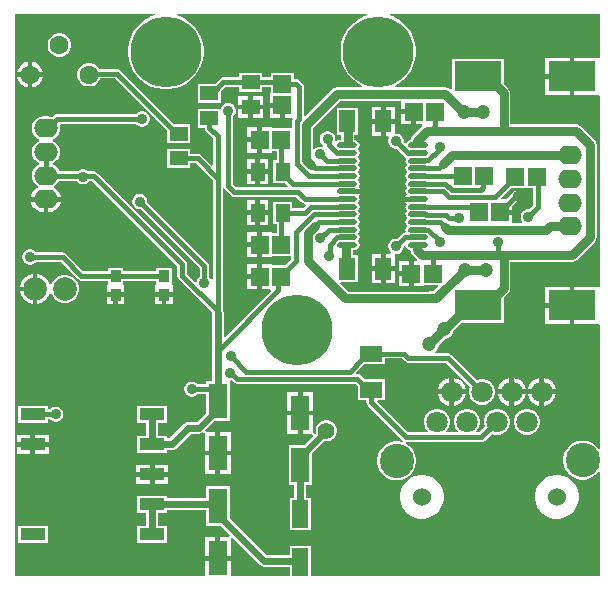
<source format=gtl>
G04*
G04 #@! TF.GenerationSoftware,Altium Limited,Altium Designer,21.4.1 (30)*
G04*
G04 Layer_Physical_Order=1*
G04 Layer_Color=255*
%FSLAX24Y24*%
%MOIN*%
G70*
G04*
G04 #@! TF.SameCoordinates,E320E570-2092-40B9-98FA-40774E7A4B3A*
G04*
G04*
G04 #@! TF.FilePolarity,Positive*
G04*
G01*
G75*
%ADD12C,0.0236*%
%ADD34C,0.0709*%
%ADD36C,0.0551*%
%ADD37C,0.0630*%
%ADD38R,0.0591X0.0613*%
%ADD39R,0.0534X0.0732*%
%ADD40R,0.0475X0.0594*%
%ADD41R,0.0594X0.0475*%
%ADD42R,0.0732X0.0534*%
%ADD43R,0.0630X0.1181*%
%ADD44R,0.0613X0.0591*%
%ADD45R,0.0827X0.0394*%
%ADD46O,0.0669X0.0177*%
%ADD47R,0.1181X0.1969*%
%ADD48R,0.0354X0.0394*%
%ADD49R,0.1575X0.0984*%
%ADD50R,0.0531X0.0925*%
%ADD51C,0.0295*%
%ADD52C,0.0157*%
%ADD53O,0.0787X0.0630*%
%ADD54C,0.0787*%
%ADD55C,0.2362*%
%ADD56C,0.0600*%
%ADD57C,0.1142*%
%ADD58C,0.0354*%
%ADD59C,0.0472*%
G36*
X23067Y24622D02*
X23031Y24587D01*
Y24587D01*
X22205D01*
Y23976D01*
Y23463D01*
Y23366D01*
X23031D01*
Y23366D01*
X23067Y23331D01*
Y16984D01*
X23031Y16949D01*
Y16949D01*
X22205D01*
Y16339D01*
Y15728D01*
D01*
X23031D01*
Y15728D01*
X23067Y15693D01*
Y11563D01*
X23017Y11547D01*
X22985Y11595D01*
X22894Y11686D01*
X22788Y11757D01*
X22670Y11806D01*
X22544Y11831D01*
X22416D01*
X22291Y11806D01*
X22173Y11757D01*
X22066Y11686D01*
X21976Y11595D01*
X21905Y11489D01*
X21856Y11371D01*
X21831Y11245D01*
Y11117D01*
X21856Y10992D01*
X21905Y10873D01*
X21976Y10767D01*
X22066Y10677D01*
X22173Y10605D01*
X22291Y10556D01*
X22416Y10532D01*
X22544D01*
X22670Y10556D01*
X22788Y10605D01*
X22894Y10677D01*
X22985Y10767D01*
X23017Y10815D01*
X23067Y10800D01*
Y7327D01*
X13415D01*
Y8327D01*
X12726D01*
Y8026D01*
X11943D01*
X10709Y9260D01*
Y10315D01*
X9921D01*
Y9909D01*
X9272D01*
X9272Y9909D01*
X8622D01*
Y9984D01*
X7638D01*
Y9433D01*
X7929D01*
Y8984D01*
X7638D01*
Y8433D01*
X8622D01*
Y8984D01*
X8331D01*
Y9433D01*
X8622D01*
Y9508D01*
X9272D01*
X9272Y9508D01*
X9921D01*
Y8976D01*
X10425D01*
X10729Y8672D01*
X10708Y8622D01*
X10394D01*
Y7992D01*
X10748D01*
Y8582D01*
X10798Y8603D01*
X11718Y7683D01*
X11783Y7639D01*
X11860Y7624D01*
X12726D01*
Y7327D01*
X10748D01*
Y7835D01*
X10315D01*
X9882D01*
Y7327D01*
X3547D01*
Y26059D01*
X8209D01*
X8217Y26009D01*
X8099Y25971D01*
X7922Y25881D01*
X7762Y25764D01*
X7622Y25624D01*
X7505Y25463D01*
X7415Y25287D01*
X7354Y25098D01*
X7323Y24902D01*
Y24704D01*
X7354Y24508D01*
X7415Y24320D01*
X7505Y24143D01*
X7622Y23982D01*
X7762Y23842D01*
X7922Y23726D01*
X8099Y23636D01*
X8288Y23574D01*
X8484Y23543D01*
X8682D01*
X8878Y23574D01*
X9066Y23636D01*
X9243Y23726D01*
X9403Y23842D01*
X9544Y23982D01*
X9660Y24143D01*
X9750Y24320D01*
X9811Y24508D01*
X9843Y24704D01*
Y24902D01*
X9811Y25098D01*
X9750Y25287D01*
X9660Y25463D01*
X9544Y25624D01*
X9403Y25764D01*
X9243Y25881D01*
X9066Y25971D01*
X8949Y26009D01*
X8957Y26059D01*
X15295D01*
X15303Y26009D01*
X15186Y25971D01*
X15009Y25881D01*
X14849Y25764D01*
X14708Y25624D01*
X14592Y25463D01*
X14502Y25287D01*
X14440Y25098D01*
X14409Y24902D01*
Y24704D01*
X14440Y24508D01*
X14502Y24320D01*
X14592Y24143D01*
X14708Y23982D01*
X14849Y23842D01*
X15009Y23726D01*
X15120Y23669D01*
X15108Y23619D01*
X14294D01*
X14206Y23602D01*
X14131Y23552D01*
X13238Y22659D01*
X13192Y22678D01*
Y23622D01*
X13192Y23622D01*
X13180Y23683D01*
X13145Y23735D01*
X13036Y23845D01*
X12983Y23880D01*
X12922Y23892D01*
X12922Y23892D01*
X12857D01*
Y24094D01*
X12087D01*
Y23940D01*
X11784D01*
Y24095D01*
X11033D01*
Y23940D01*
X10502D01*
X10440Y23927D01*
X10388Y23892D01*
X10388Y23892D01*
X10218Y23722D01*
X9664D01*
Y23090D01*
X10415D01*
Y23458D01*
X10430Y23480D01*
X10568Y23618D01*
X11033D01*
Y23463D01*
X11784D01*
Y23618D01*
X12087D01*
Y23424D01*
X12047D01*
Y23090D01*
X12472D01*
Y23011D01*
X12550D01*
Y22598D01*
X12789D01*
X12814Y22556D01*
X12814Y22548D01*
X12808Y22519D01*
Y22519D01*
X12802Y22489D01*
X12802Y22489D01*
Y22291D01*
X12794Y22244D01*
X12124D01*
Y22283D01*
X11789D01*
Y21859D01*
Y21435D01*
X12124D01*
Y21474D01*
X12280D01*
Y21172D01*
X12163D01*
Y20420D01*
X12568D01*
X12608Y20381D01*
X12660Y20329D01*
X12639Y20279D01*
X10933D01*
X10830Y20381D01*
Y22633D01*
X10874Y22678D01*
X10908Y22736D01*
X10915Y22763D01*
D01*
X10925Y22801D01*
Y22868D01*
X10908Y22933D01*
X10874Y22992D01*
X10826Y23039D01*
X10787Y23062D01*
X10768Y23073D01*
X10703Y23091D01*
X10636D01*
X10571Y23073D01*
X10512Y23039D01*
X10465Y22992D01*
X10431Y22933D01*
X10431Y22933D01*
X10428Y22925D01*
X10415Y22895D01*
X9664D01*
Y22262D01*
X9834D01*
X9879Y22246D01*
X9891Y22185D01*
X9926Y22133D01*
X10154Y21904D01*
Y21020D01*
X10108Y21001D01*
X9756Y21353D01*
X9704Y21388D01*
X9643Y21400D01*
X9643Y21400D01*
X9391D01*
Y21556D01*
X8640D01*
Y20924D01*
X9391D01*
Y21079D01*
X9576D01*
X10154Y20501D01*
Y17225D01*
X10146Y17219D01*
X10081Y17233D01*
X10074Y17244D01*
X10030Y17288D01*
Y17650D01*
X10018Y17712D01*
X9983Y17764D01*
X9983Y17764D01*
X7972Y19774D01*
Y19837D01*
X7955Y19902D01*
X7921Y19960D01*
X7874Y20008D01*
X7815Y20042D01*
X7750Y20059D01*
X7683D01*
X7618Y20042D01*
X7559Y20008D01*
X7512Y19960D01*
X7478Y19902D01*
X7461Y19837D01*
Y19769D01*
X7478Y19704D01*
X7512Y19646D01*
X7559Y19598D01*
X7618Y19565D01*
X7683Y19547D01*
X7745D01*
X9709Y17584D01*
Y17288D01*
X9665Y17244D01*
X9631Y17185D01*
X9618Y17136D01*
X9568Y17115D01*
X9294Y17389D01*
Y17711D01*
X9294Y17711D01*
X9282Y17772D01*
X9247Y17824D01*
X9247Y17824D01*
X6308Y20763D01*
X6256Y20798D01*
X6195Y20810D01*
X6195Y20810D01*
X6008D01*
X5984Y20835D01*
X5926Y20868D01*
X5860Y20886D01*
X5793D01*
X5728Y20868D01*
X5670Y20835D01*
X5645Y20810D01*
X5034D01*
X5010Y20868D01*
X4947Y20950D01*
X4865Y21013D01*
X4810Y21036D01*
Y21090D01*
X4865Y21113D01*
X4947Y21176D01*
X5010Y21258D01*
X5050Y21354D01*
X5063Y21457D01*
X5050Y21559D01*
X5010Y21655D01*
X4947Y21737D01*
X4865Y21801D01*
X4810Y21823D01*
Y21877D01*
X4865Y21900D01*
X4947Y21963D01*
X5010Y22046D01*
X5050Y22141D01*
X5063Y22244D01*
X5050Y22347D01*
X5049Y22348D01*
X5082Y22398D01*
X7594D01*
X7638Y22354D01*
X7696Y22321D01*
X7762Y22303D01*
X7829D01*
X7894Y22321D01*
X7952Y22354D01*
X8000Y22402D01*
X8034Y22460D01*
X8051Y22525D01*
Y22593D01*
X8034Y22658D01*
X8000Y22716D01*
X7952Y22764D01*
X7894Y22798D01*
X7829Y22815D01*
X7762D01*
X7696Y22798D01*
X7638Y22764D01*
X7594Y22720D01*
X4962D01*
X4962Y22720D01*
X4901Y22707D01*
X4849Y22673D01*
X4849Y22673D01*
X4794Y22617D01*
X4769Y22628D01*
X4666Y22641D01*
X4509D01*
X4406Y22628D01*
X4310Y22588D01*
X4228Y22525D01*
X4165Y22443D01*
X4125Y22347D01*
X4112Y22244D01*
X4125Y22141D01*
X4165Y22046D01*
X4228Y21963D01*
X4310Y21900D01*
X4365Y21877D01*
Y21823D01*
X4310Y21801D01*
X4228Y21737D01*
X4165Y21655D01*
X4125Y21559D01*
X4112Y21457D01*
X4125Y21354D01*
X4165Y21258D01*
X4228Y21176D01*
X4310Y21113D01*
X4365Y21090D01*
Y21036D01*
X4310Y21013D01*
X4228Y20950D01*
X4165Y20868D01*
X4125Y20772D01*
X4112Y20669D01*
X4125Y20567D01*
X4165Y20471D01*
X4228Y20389D01*
X4310Y20325D01*
X4319Y20322D01*
Y20272D01*
X4290Y20260D01*
X4200Y20191D01*
X4130Y20100D01*
X4087Y19995D01*
X4082Y19961D01*
X4587D01*
X5093D01*
X5088Y19995D01*
X5044Y20100D01*
X4975Y20191D01*
X4885Y20260D01*
X4856Y20272D01*
Y20322D01*
X4865Y20325D01*
X4947Y20389D01*
X5010Y20471D01*
X5018Y20489D01*
X5613D01*
X5622Y20473D01*
X5670Y20425D01*
X5728Y20391D01*
X5793Y20374D01*
X5860D01*
X5926Y20391D01*
X5984Y20425D01*
X6032Y20473D01*
X6041Y20489D01*
X6128D01*
X8973Y17644D01*
Y17322D01*
X8973Y17322D01*
X8986Y17261D01*
X9020Y17208D01*
X10116Y16113D01*
X10114Y16102D01*
Y14827D01*
Y13819D01*
X9921D01*
Y13704D01*
X9650D01*
X9606Y13748D01*
X9548Y13782D01*
X9483Y13799D01*
X9415D01*
X9350Y13782D01*
X9292Y13748D01*
X9244Y13700D01*
X9210Y13642D01*
X9193Y13577D01*
Y13510D01*
X9210Y13445D01*
X9244Y13386D01*
X9292Y13339D01*
X9350Y13305D01*
X9415Y13287D01*
X9483D01*
X9548Y13305D01*
X9606Y13339D01*
X9650Y13383D01*
X9921D01*
Y12764D01*
X9615Y12458D01*
X9328D01*
X9252Y12443D01*
X9186Y12399D01*
X9186Y12399D01*
X8696Y11909D01*
X8622D01*
Y11984D01*
X8331D01*
Y12433D01*
X8622D01*
Y12984D01*
X7638D01*
Y12433D01*
X7929D01*
Y11984D01*
X7638D01*
Y11433D01*
X8622D01*
Y11508D01*
X8780D01*
X8856Y11523D01*
X8921Y11567D01*
X9412Y12057D01*
X9699D01*
X9775Y12072D01*
X9832Y12110D01*
X9861Y12101D01*
X9882Y12086D01*
Y11496D01*
X10236D01*
Y12126D01*
X9921D01*
X9901Y12176D01*
X10205Y12480D01*
X10709D01*
Y13807D01*
X10709Y13819D01*
X10750Y13841D01*
X10781Y13849D01*
X10845Y13784D01*
X10897Y13749D01*
X10959Y13737D01*
X10959Y13737D01*
X14903D01*
X14989Y13652D01*
Y13187D01*
X15273D01*
Y13109D01*
X15273Y13109D01*
X15285Y13047D01*
X15320Y12995D01*
X16479Y11835D01*
X16479Y11835D01*
X16460Y11788D01*
X16345Y11811D01*
X16218D01*
X16092Y11786D01*
X15974Y11737D01*
X15867Y11666D01*
X15777Y11576D01*
X15706Y11469D01*
X15657Y11351D01*
X15632Y11225D01*
Y11097D01*
X15657Y10972D01*
X15706Y10854D01*
X15777Y10747D01*
X15867Y10657D01*
X15974Y10586D01*
X16092Y10537D01*
X16218Y10512D01*
X16345D01*
X16471Y10537D01*
X16589Y10586D01*
X16696Y10657D01*
X16786Y10747D01*
X16857Y10854D01*
X16906Y10972D01*
X16931Y11097D01*
Y11225D01*
X16906Y11351D01*
X16857Y11469D01*
X16786Y11576D01*
X16696Y11666D01*
X16589Y11737D01*
X16584Y11739D01*
X16593Y11788D01*
X19108D01*
X19108Y11788D01*
X19170Y11800D01*
X19222Y11835D01*
X19447Y12060D01*
X19453Y12057D01*
X19563Y12028D01*
X19677D01*
X19787Y12057D01*
X19886Y12114D01*
X19967Y12195D01*
X20024Y12293D01*
X20053Y12404D01*
Y12518D01*
X20024Y12628D01*
X19967Y12727D01*
X19886Y12807D01*
X19787Y12864D01*
X19677Y12894D01*
X19563D01*
X19453Y12864D01*
X19354Y12807D01*
X19274Y12727D01*
X19217Y12628D01*
X19187Y12518D01*
Y12404D01*
X19217Y12293D01*
X19220Y12288D01*
X19042Y12109D01*
X18952D01*
X18931Y12159D01*
X18967Y12195D01*
X19024Y12293D01*
X19053Y12404D01*
Y12518D01*
X19024Y12628D01*
X18967Y12727D01*
X18886Y12807D01*
X18787Y12864D01*
X18677Y12894D01*
X18563D01*
X18453Y12864D01*
X18354Y12807D01*
X18274Y12727D01*
X18217Y12628D01*
X18187Y12518D01*
Y12404D01*
X18217Y12293D01*
X18274Y12195D01*
X18309Y12159D01*
X18288Y12109D01*
X17952D01*
X17931Y12159D01*
X17967Y12195D01*
X18024Y12293D01*
X18053Y12404D01*
Y12518D01*
X18024Y12628D01*
X17967Y12727D01*
X17886Y12807D01*
X17787Y12864D01*
X17677Y12894D01*
X17563D01*
X17453Y12864D01*
X17354Y12807D01*
X17274Y12727D01*
X17217Y12628D01*
X17187Y12518D01*
Y12404D01*
X17217Y12293D01*
X17274Y12195D01*
X17309Y12159D01*
X17288Y12109D01*
X16659D01*
X15631Y13137D01*
X15652Y13187D01*
X15878D01*
Y13879D01*
X15216D01*
X15083Y14011D01*
X15031Y14046D01*
X14970Y14058D01*
X14970Y14058D01*
X14941D01*
X14922Y14104D01*
X15204Y14386D01*
X15245D01*
X15245Y14386D01*
X15260Y14389D01*
X15878D01*
Y14574D01*
X16459D01*
X16559Y14474D01*
X16559Y14474D01*
X16611Y14439D01*
X16673Y14427D01*
X17927D01*
X18720Y13634D01*
X18717Y13628D01*
X18687Y13518D01*
Y13404D01*
X18717Y13293D01*
X18774Y13195D01*
X18854Y13114D01*
X18953Y13057D01*
X19063Y13028D01*
X19177D01*
X19287Y13057D01*
X19386Y13114D01*
X19467Y13195D01*
X19524Y13293D01*
X19553Y13404D01*
Y13518D01*
X19524Y13628D01*
X19467Y13727D01*
X19386Y13807D01*
X19287Y13864D01*
X19177Y13894D01*
X19063D01*
X18953Y13864D01*
X18947Y13861D01*
X18107Y14701D01*
X18055Y14736D01*
X17994Y14748D01*
X17994Y14748D01*
X17581D01*
X17566Y14798D01*
X17614Y14846D01*
X17656Y14918D01*
X17677Y14998D01*
Y15028D01*
X17885Y15236D01*
X17915D01*
X17996Y15258D01*
X18067Y15299D01*
X18126Y15358D01*
X18168Y15430D01*
X18189Y15510D01*
Y15520D01*
X18437Y15768D01*
X19843D01*
Y16583D01*
X20006Y16746D01*
X20056Y16821D01*
X20073Y16909D01*
Y17801D01*
X22126D01*
X22214Y17818D01*
X22289Y17868D01*
X22880Y18459D01*
X22930Y18534D01*
X22947Y18622D01*
Y21693D01*
X22930Y21781D01*
X22880Y21856D01*
X22407Y22329D01*
X22332Y22379D01*
X22244Y22396D01*
X20073D01*
Y23406D01*
X20056Y23494D01*
X20006Y23569D01*
X19843Y23732D01*
Y24547D01*
X18110D01*
Y23559D01*
X18064Y23540D01*
X18052Y23552D01*
X17977Y23602D01*
X17889Y23619D01*
X16231D01*
X16219Y23669D01*
X16330Y23726D01*
X16490Y23842D01*
X16630Y23982D01*
X16747Y24143D01*
X16837Y24320D01*
X16898Y24508D01*
X16929Y24704D01*
Y24902D01*
X16898Y25098D01*
X16837Y25287D01*
X16747Y25463D01*
X16630Y25624D01*
X16490Y25764D01*
X16330Y25881D01*
X16153Y25971D01*
X16035Y26009D01*
X16043Y26059D01*
X23067D01*
Y24622D01*
D02*
G37*
G36*
X16437Y22874D02*
X16850D01*
Y22795D01*
X16929D01*
Y22371D01*
X17119D01*
X17130Y22321D01*
X17104Y22295D01*
X17105Y22292D01*
X16807Y21994D01*
X16784Y21965D01*
X16768Y21940D01*
X16751Y21899D01*
X16745Y21870D01*
X16742Y21850D01*
X16680Y21838D01*
X16625Y21801D01*
D01*
X16625D01*
X16602Y21767D01*
X16554Y21759D01*
X16516Y21793D01*
Y21845D01*
X16498Y21910D01*
X16465Y21968D01*
X16417Y22016D01*
X16359Y22049D01*
X16294Y22067D01*
X16226D01*
X16222Y22070D01*
Y22402D01*
X15916D01*
Y21996D01*
X15980D01*
X16026Y21918D01*
X16021Y21910D01*
X16004Y21845D01*
Y21777D01*
X16021Y21712D01*
X16055Y21654D01*
X16103Y21606D01*
X16161Y21573D01*
X16226Y21555D01*
X16289D01*
X16529Y21314D01*
X16529Y21314D01*
X16566Y21290D01*
X16586Y21239D01*
X16587Y21228D01*
X16576Y21176D01*
X16575Y21168D01*
X16588Y21103D01*
X16625Y21048D01*
Y21033D01*
X16588Y20978D01*
X16575Y20912D01*
X16588Y20847D01*
X16625Y20792D01*
Y20777D01*
X16588Y20722D01*
X16575Y20656D01*
X16588Y20591D01*
X16625Y20536D01*
Y20521D01*
X16588Y20466D01*
X16575Y20401D01*
X16588Y20335D01*
X16625Y20280D01*
Y20265D01*
X16588Y20210D01*
X16575Y20145D01*
X16588Y20079D01*
X16610Y20046D01*
X16598Y20036D01*
X16565Y19993D01*
X16554Y19967D01*
X16992D01*
Y19810D01*
X16554D01*
X16565Y19784D01*
X16598Y19741D01*
X16610Y19732D01*
X16588Y19698D01*
X16577Y19645D01*
X16575Y19633D01*
X16588Y19568D01*
X16625Y19512D01*
Y19498D01*
X16588Y19442D01*
X16575Y19377D01*
X16588Y19312D01*
X16625Y19256D01*
Y19242D01*
X16588Y19186D01*
X16575Y19121D01*
X16588Y19056D01*
X16625Y19000D01*
Y18986D01*
X16588Y18930D01*
X16575Y18865D01*
X16585Y18816D01*
X16564Y18777D01*
X16551Y18765D01*
X16497Y18754D01*
X16445Y18719D01*
X16445Y18719D01*
X16289Y18563D01*
X16226D01*
X16161Y18546D01*
X16103Y18512D01*
X16055Y18464D01*
X16021Y18406D01*
X16004Y18341D01*
Y18273D01*
X16021Y18208D01*
X16055Y18150D01*
X16083Y18122D01*
X16056Y18043D01*
X15916D01*
Y17638D01*
X15923D01*
X16222D01*
Y17974D01*
D01*
Y18003D01*
X16226Y18044D01*
X16269Y18051D01*
X16294D01*
X16359Y18069D01*
X16417Y18102D01*
X16465Y18150D01*
X16498Y18208D01*
X16516Y18273D01*
Y18298D01*
X16533Y18310D01*
X16588Y18288D01*
X16588Y18288D01*
X16594Y18278D01*
D01*
X16625Y18233D01*
X16680Y18196D01*
X16741Y18184D01*
X16745Y18152D01*
X16751Y18123D01*
X16768Y18082D01*
X16784Y18057D01*
X16807Y18028D01*
X16930Y17905D01*
X16929Y17902D01*
X16955Y17876D01*
X16944Y17826D01*
X16850D01*
Y17402D01*
Y16977D01*
X17185D01*
Y17017D01*
X17648D01*
X17668Y16970D01*
X17503Y16806D01*
X17347D01*
Y16803D01*
X14662D01*
X14423Y17042D01*
X14424Y17044D01*
X14400Y17068D01*
X14419Y17115D01*
X14981D01*
Y18004D01*
X14835D01*
Y18183D01*
X14875D01*
X14941Y18196D01*
X14996Y18233D01*
X15033Y18288D01*
X15046Y18353D01*
X15033Y18419D01*
X14996Y18474D01*
Y18489D01*
X15033Y18544D01*
X15046Y18609D01*
X15033Y18674D01*
X14996Y18730D01*
Y18744D01*
X15033Y18800D01*
X15046Y18865D01*
X15033Y18930D01*
X14996Y18986D01*
Y19000D01*
X15033Y19056D01*
X15046Y19121D01*
X15033Y19186D01*
X14996Y19242D01*
Y19256D01*
X15033Y19312D01*
X15046Y19377D01*
X15033Y19442D01*
X14996Y19498D01*
Y19512D01*
X15033Y19568D01*
X15046Y19633D01*
X15033Y19698D01*
X14996Y19753D01*
Y19768D01*
X15033Y19823D01*
X15046Y19889D01*
X15037Y19934D01*
X15033Y19954D01*
X15011Y19988D01*
X15023Y19997D01*
X15056Y20040D01*
X15067Y20066D01*
X14629D01*
Y20223D01*
X15067D01*
X15056Y20249D01*
X15023Y20292D01*
X15011Y20301D01*
X15033Y20335D01*
X15046Y20401D01*
X15033Y20466D01*
X14996Y20521D01*
Y20536D01*
X15033Y20591D01*
X15046Y20656D01*
X15033Y20722D01*
X14996Y20777D01*
Y20792D01*
X15033Y20847D01*
X15046Y20912D01*
X15033Y20978D01*
X14996Y21033D01*
Y21048D01*
X15033Y21103D01*
X15046Y21168D01*
X15033Y21234D01*
X14996Y21289D01*
Y21304D01*
X15033Y21359D01*
X15046Y21424D01*
X15033Y21489D01*
X14996Y21545D01*
Y21559D01*
X15033Y21615D01*
X15046Y21680D01*
X15033Y21745D01*
X14996Y21801D01*
X14941Y21838D01*
X14875Y21851D01*
X14874D01*
Y22036D01*
X14981D01*
Y22925D01*
X14290D01*
Y22036D01*
X14417D01*
Y21851D01*
X14383D01*
X14318Y21838D01*
X14270Y21806D01*
X14242Y21817D01*
X14225Y21831D01*
X14232Y21858D01*
Y21875D01*
Y21925D01*
X14215Y21991D01*
X14181Y22049D01*
X14134Y22097D01*
X14075Y22130D01*
X14010Y22148D01*
X13943D01*
X13878Y22130D01*
X13819Y22097D01*
X13772Y22049D01*
X13738Y21991D01*
X13720Y21925D01*
Y21858D01*
X13738Y21793D01*
X13772Y21735D01*
X13819Y21687D01*
X13823Y21685D01*
X13828Y21671D01*
X13824Y21663D01*
X13778Y21633D01*
X13774Y21634D01*
X13706D01*
X13641Y21616D01*
X13583Y21583D01*
X13575Y21574D01*
D01*
X13549Y21548D01*
X13499Y21567D01*
Y21606D01*
X13496Y21607D01*
Y22268D01*
X14389Y23160D01*
X16437D01*
Y22874D01*
D02*
G37*
G36*
X10556Y20201D02*
X10753Y20005D01*
X10805Y19970D01*
X10866Y19958D01*
X10866D01*
X10866Y19958D01*
X12926D01*
X13108Y19775D01*
X13108Y19775D01*
X13160Y19740D01*
X13222Y19728D01*
X13222Y19728D01*
X13237D01*
X13256Y19682D01*
X13227Y19653D01*
X13162Y19588D01*
X12796D01*
Y19803D01*
X12163D01*
Y19052D01*
X12280D01*
Y18750D01*
X12124D01*
Y18789D01*
X11790D01*
Y18365D01*
Y17940D01*
X12124D01*
Y17979D01*
X12753D01*
Y17871D01*
X12568Y17687D01*
X12124D01*
Y17726D01*
X11790D01*
Y17302D01*
Y16877D01*
X12067D01*
X12088Y16827D01*
X10562Y15301D01*
X10516Y15320D01*
Y16102D01*
X10500Y16179D01*
X10476Y16216D01*
Y20238D01*
X10498Y20246D01*
X10526Y20247D01*
X10556Y20201D01*
D02*
G37*
G36*
X20824Y19673D02*
X20698Y19547D01*
X20636D01*
X20571Y19530D01*
X20512Y19496D01*
X20465Y19448D01*
X20431Y19390D01*
X20413Y19325D01*
Y19258D01*
X20431Y19193D01*
X20465Y19134D01*
X20469Y19129D01*
X20449Y19079D01*
X20138D01*
Y19370D01*
X19725D01*
Y19528D01*
X20138D01*
Y19645D01*
X20337Y19844D01*
X20376Y19852D01*
X20429Y19886D01*
X20463Y19939D01*
X20476Y20000D01*
X20463Y20061D01*
X20429Y20114D01*
X20376Y20148D01*
X20315Y20161D01*
X20266D01*
X20266Y20161D01*
X20204Y20148D01*
X20152Y20114D01*
X19912Y19873D01*
X19782D01*
X19763Y19919D01*
X20088Y20245D01*
X20824D01*
Y19673D01*
D02*
G37*
%LPC*%
G36*
X5091Y25413D02*
X4988D01*
X4887Y25387D01*
X4798Y25335D01*
X4724Y25261D01*
X4672Y25172D01*
X4646Y25072D01*
Y24968D01*
X4672Y24868D01*
X4724Y24778D01*
X4798Y24705D01*
X4887Y24653D01*
X4988Y24626D01*
X5091D01*
X5191Y24653D01*
X5281Y24705D01*
X5354Y24778D01*
X5406Y24868D01*
X5433Y24968D01*
Y25072D01*
X5406Y25172D01*
X5354Y25261D01*
X5281Y25335D01*
X5191Y25387D01*
X5091Y25413D01*
D02*
G37*
G36*
X4134Y24463D02*
Y24114D01*
X4482D01*
X4459Y24203D01*
X4402Y24301D01*
X4321Y24382D01*
X4222Y24439D01*
X4134Y24463D01*
D02*
G37*
G36*
X3976D02*
X3888Y24439D01*
X3789Y24382D01*
X3709Y24301D01*
X3652Y24203D01*
X3628Y24114D01*
X3976D01*
Y24463D01*
D02*
G37*
G36*
X22047Y24587D02*
X21220D01*
Y24055D01*
X22047D01*
Y24587D01*
D02*
G37*
G36*
X4482Y23957D02*
X4134D01*
Y23608D01*
X4222Y23632D01*
X4321Y23689D01*
X4402Y23770D01*
X4459Y23868D01*
X4482Y23957D01*
D02*
G37*
G36*
X3976D02*
X3628D01*
X3652Y23868D01*
X3709Y23770D01*
X3789Y23689D01*
X3888Y23632D01*
X3976Y23608D01*
Y23957D01*
D02*
G37*
G36*
X22047Y23898D02*
X21220D01*
Y23366D01*
X22047D01*
D01*
Y23898D01*
D02*
G37*
G36*
X11824Y23307D02*
X11487D01*
Y23030D01*
X11824D01*
Y23307D01*
D02*
G37*
G36*
X11330D02*
X10994D01*
Y23030D01*
X11330D01*
Y23307D01*
D02*
G37*
G36*
X12393Y22932D02*
X12047D01*
Y22598D01*
X12393D01*
Y22932D01*
D02*
G37*
G36*
X11824Y22873D02*
X11487D01*
Y22596D01*
X11824D01*
Y22873D01*
D02*
G37*
G36*
X11330D02*
X10994D01*
Y22596D01*
X11330D01*
Y22873D01*
D02*
G37*
G36*
X11631Y22283D02*
X11297D01*
Y21938D01*
X11631D01*
Y22283D01*
D02*
G37*
G36*
X6075Y24429D02*
X5972D01*
X5872Y24402D01*
X5782Y24350D01*
X5709Y24277D01*
X5657Y24187D01*
X5630Y24087D01*
Y23984D01*
X5657Y23883D01*
X5709Y23794D01*
X5782Y23720D01*
X5872Y23669D01*
X5972Y23642D01*
X6075D01*
X6176Y23669D01*
X6265Y23720D01*
X6339Y23794D01*
X6390Y23883D01*
X6396Y23905D01*
X6892D01*
X8640Y22156D01*
Y21751D01*
X9391D01*
Y22384D01*
X8867D01*
X7072Y24179D01*
X7020Y24214D01*
X6958Y24226D01*
X6958Y24226D01*
X6368D01*
X6339Y24277D01*
X6265Y24350D01*
X6176Y24402D01*
X6075Y24429D01*
D02*
G37*
G36*
X11631Y21780D02*
X11297D01*
Y21435D01*
X11631D01*
Y21780D01*
D02*
G37*
G36*
X12007Y21211D02*
X11730D01*
Y20875D01*
X12007D01*
Y21211D01*
D02*
G37*
G36*
X11573D02*
X11296D01*
Y20875D01*
X11573D01*
Y21211D01*
D02*
G37*
G36*
X12007Y20717D02*
X11730D01*
Y20381D01*
X12007D01*
Y20717D01*
D02*
G37*
G36*
X11573D02*
X11296D01*
Y20381D01*
X11573D01*
Y20717D01*
D02*
G37*
G36*
X5093Y19803D02*
X4666D01*
Y19445D01*
X4779Y19460D01*
X4885Y19504D01*
X4975Y19573D01*
X5044Y19663D01*
X5088Y19769D01*
X5093Y19803D01*
D02*
G37*
G36*
X4509D02*
X4082D01*
X4087Y19769D01*
X4130Y19663D01*
X4200Y19573D01*
X4290Y19504D01*
X4396Y19460D01*
X4509Y19445D01*
X4509D01*
Y19803D01*
D02*
G37*
G36*
X4146Y17399D02*
X4027Y17367D01*
X3910Y17299D01*
X3815Y17204D01*
X3747Y17087D01*
X3716Y16968D01*
X4146D01*
Y17399D01*
D02*
G37*
G36*
X4089Y18209D02*
X4021D01*
X3956Y18191D01*
X3898Y18158D01*
X3850Y18110D01*
X3817Y18052D01*
X3799Y17986D01*
Y17919D01*
X3817Y17854D01*
X3850Y17796D01*
X3898Y17748D01*
X3956Y17714D01*
X4021Y17697D01*
X4089D01*
X4154Y17714D01*
X4212Y17748D01*
X4256Y17792D01*
X5078D01*
X5661Y17209D01*
X5661Y17209D01*
X5713Y17174D01*
X5775Y17162D01*
X5775Y17162D01*
X6654D01*
Y17058D01*
X6654Y17047D01*
X6628Y17008D01*
X6614D01*
Y16772D01*
X7205D01*
Y17008D01*
X7191D01*
X7165Y17047D01*
X7165Y17058D01*
Y17162D01*
X8268D01*
Y17058D01*
X8268Y17047D01*
X8242Y17008D01*
X8228D01*
Y16772D01*
X8819D01*
Y17008D01*
X8805D01*
X8780Y17047D01*
X8780Y17058D01*
Y17598D01*
X8268D01*
Y17483D01*
X7165D01*
Y17598D01*
X6654D01*
Y17483D01*
X5841D01*
X5258Y18066D01*
X5206Y18101D01*
X5145Y18113D01*
X5145Y18113D01*
X4256D01*
X4212Y18158D01*
X4154Y18191D01*
X4089Y18209D01*
D02*
G37*
G36*
X4303Y17399D02*
Y16890D01*
Y16381D01*
X4422Y16413D01*
X4539Y16480D01*
X4634Y16576D01*
X4701Y16692D01*
X4719Y16758D01*
X4771D01*
X4784Y16707D01*
X4846Y16600D01*
X4934Y16512D01*
X5042Y16450D01*
X5162Y16417D01*
X5287D01*
X5407Y16450D01*
X5514Y16512D01*
X5602Y16600D01*
X5665Y16707D01*
X5697Y16828D01*
Y16952D01*
X5665Y17072D01*
X5602Y17180D01*
X5514Y17268D01*
X5407Y17330D01*
X5287Y17362D01*
X5162D01*
X5042Y17330D01*
X4934Y17268D01*
X4846Y17180D01*
X4784Y17072D01*
X4771Y17022D01*
X4719D01*
X4701Y17087D01*
X4634Y17204D01*
X4539Y17299D01*
X4422Y17367D01*
X4303Y17399D01*
D02*
G37*
G36*
X22047Y16949D02*
X21220D01*
Y16417D01*
X22047D01*
Y16949D01*
D02*
G37*
G36*
X4146Y16811D02*
X3716D01*
X3747Y16692D01*
X3815Y16576D01*
X3910Y16480D01*
X4027Y16413D01*
X4146Y16381D01*
Y16811D01*
D02*
G37*
G36*
X8819Y16614D02*
X8602D01*
Y16378D01*
X8819D01*
Y16614D01*
D02*
G37*
G36*
X8445D02*
X8228D01*
Y16378D01*
X8445D01*
Y16614D01*
D02*
G37*
G36*
X7205D02*
X6988D01*
Y16378D01*
X7205D01*
Y16614D01*
D02*
G37*
G36*
X6831D02*
X6614D01*
Y16378D01*
X6831D01*
Y16614D01*
D02*
G37*
G36*
X22047Y16260D02*
X21220D01*
Y15728D01*
X22047D01*
Y16260D01*
D02*
G37*
G36*
X18199Y13929D02*
Y13539D01*
X18588D01*
X18560Y13643D01*
X18498Y13751D01*
X18410Y13839D01*
X18302Y13901D01*
X18199Y13929D01*
D02*
G37*
G36*
X21199Y13929D02*
Y13539D01*
X21588D01*
X21560Y13643D01*
X21498Y13751D01*
X21410Y13839D01*
X21302Y13901D01*
X21199Y13929D01*
D02*
G37*
G36*
X21041D02*
X20938Y13901D01*
X20830Y13839D01*
X20742Y13751D01*
X20680Y13643D01*
X20652Y13539D01*
X21041D01*
Y13929D01*
D02*
G37*
G36*
X20199D02*
Y13539D01*
X20588D01*
X20560Y13643D01*
X20498Y13751D01*
X20410Y13839D01*
X20302Y13901D01*
X20199Y13929D01*
D02*
G37*
G36*
X20041D02*
X19938Y13901D01*
X19830Y13839D01*
X19742Y13751D01*
X19680Y13643D01*
X19652Y13539D01*
X20041D01*
Y13929D01*
D02*
G37*
G36*
X18041D02*
X17938Y13901D01*
X17830Y13839D01*
X17742Y13751D01*
X17680Y13643D01*
X17652Y13539D01*
X18041D01*
Y13929D01*
D02*
G37*
G36*
X18588Y13382D02*
X18199D01*
Y12993D01*
X18302Y13020D01*
X18410Y13083D01*
X18498Y13171D01*
X18560Y13278D01*
X18588Y13382D01*
D02*
G37*
G36*
X21588D02*
X21199D01*
Y12993D01*
X21302Y13020D01*
X21410Y13083D01*
X21498Y13171D01*
X21560Y13278D01*
X21588Y13382D01*
D02*
G37*
G36*
X21041D02*
X20652D01*
X20680Y13278D01*
X20742Y13171D01*
X20830Y13083D01*
X20938Y13020D01*
X21041Y12993D01*
Y13382D01*
D02*
G37*
G36*
X20588D02*
X20199D01*
Y12993D01*
X20302Y13020D01*
X20410Y13083D01*
X20498Y13171D01*
X20560Y13278D01*
X20588Y13382D01*
D02*
G37*
G36*
X20041D02*
X19652D01*
X19680Y13278D01*
X19742Y13171D01*
X19830Y13083D01*
X19938Y13020D01*
X20041Y12993D01*
Y13382D01*
D02*
G37*
G36*
X18041D02*
X17652D01*
X17680Y13278D01*
X17742Y13171D01*
X17830Y13083D01*
X17938Y13020D01*
X18041Y12993D01*
Y13382D01*
D02*
G37*
G36*
X13504Y13465D02*
X13150D01*
Y12835D01*
X13504D01*
Y13465D01*
D02*
G37*
G36*
X12992D02*
X12638D01*
Y12835D01*
X12992D01*
Y13465D01*
D02*
G37*
G36*
X4646Y12984D02*
X3661D01*
Y12433D01*
X4646D01*
Y12552D01*
X4716D01*
X4760Y12508D01*
X4819Y12474D01*
X4884Y12457D01*
X4951D01*
X5016Y12474D01*
X5074Y12508D01*
X5122Y12555D01*
X5156Y12614D01*
X5173Y12679D01*
Y12746D01*
X5156Y12811D01*
X5122Y12870D01*
X5074Y12917D01*
X5016Y12951D01*
X4951Y12968D01*
X4884D01*
X4819Y12951D01*
X4760Y12917D01*
X4716Y12873D01*
X4646D01*
Y12984D01*
D02*
G37*
G36*
X12992Y12677D02*
X12638D01*
Y12047D01*
X12992D01*
Y12677D01*
D02*
G37*
G36*
X20677Y12894D02*
X20563D01*
X20453Y12864D01*
X20354Y12807D01*
X20274Y12727D01*
X20217Y12628D01*
X20187Y12518D01*
Y12404D01*
X20217Y12293D01*
X20274Y12195D01*
X20354Y12114D01*
X20453Y12057D01*
X20563Y12028D01*
X20677D01*
X20787Y12057D01*
X20886Y12114D01*
X20967Y12195D01*
X21024Y12293D01*
X21053Y12404D01*
Y12518D01*
X21024Y12628D01*
X20967Y12727D01*
X20886Y12807D01*
X20787Y12864D01*
X20677Y12894D01*
D02*
G37*
G36*
X13504Y12677D02*
X13150D01*
Y12047D01*
X13464D01*
X13485Y11997D01*
X13181Y11693D01*
X12677D01*
Y10354D01*
X12870D01*
Y9921D01*
X12726D01*
Y8839D01*
X13415D01*
Y9921D01*
X13272D01*
Y10354D01*
X13465D01*
Y11409D01*
X13872Y11816D01*
X13890Y11811D01*
X13984D01*
X14074Y11835D01*
X14155Y11882D01*
X14221Y11948D01*
X14267Y12029D01*
X14291Y12119D01*
Y12212D01*
X14267Y12302D01*
X14221Y12383D01*
X14155Y12449D01*
X14074Y12496D01*
X13984Y12520D01*
X13890D01*
X13800Y12496D01*
X13719Y12449D01*
X13653Y12383D01*
X13607Y12302D01*
X13583Y12212D01*
Y12119D01*
X13588Y12100D01*
X13554Y12066D01*
X13504Y12087D01*
Y12677D01*
D02*
G37*
G36*
X4685Y12024D02*
X4232D01*
Y11787D01*
X4685D01*
Y12024D01*
D02*
G37*
G36*
X4075D02*
X3622D01*
Y11787D01*
X4075D01*
Y12024D01*
D02*
G37*
G36*
X10748Y12126D02*
X10394D01*
Y11496D01*
X10748D01*
Y12126D01*
D02*
G37*
G36*
X4685Y11630D02*
X4232D01*
Y11394D01*
X4685D01*
Y11630D01*
D02*
G37*
G36*
X4075D02*
X3622D01*
Y11394D01*
X4075D01*
Y11630D01*
D02*
G37*
G36*
X8661Y11024D02*
X8209D01*
Y10787D01*
X8661D01*
Y11024D01*
D02*
G37*
G36*
X8051D02*
X7598D01*
Y10787D01*
X8051D01*
Y11024D01*
D02*
G37*
G36*
X10748Y11339D02*
X10394D01*
Y10709D01*
X10748D01*
Y11339D01*
D02*
G37*
G36*
X10236D02*
X9882D01*
Y10709D01*
X10236D01*
Y11339D01*
D02*
G37*
G36*
X8661Y10630D02*
X8209D01*
Y10394D01*
X8661D01*
Y10630D01*
D02*
G37*
G36*
X8051D02*
X7598D01*
Y10394D01*
X8051D01*
Y10630D01*
D02*
G37*
G36*
X21692Y10689D02*
X21548D01*
X21408Y10661D01*
X21275Y10606D01*
X21156Y10526D01*
X21054Y10425D01*
X20975Y10306D01*
X20920Y10173D01*
X20892Y10032D01*
Y9889D01*
X20920Y9748D01*
X20975Y9616D01*
X21054Y9496D01*
X21156Y9395D01*
X21275Y9315D01*
X21408Y9260D01*
X21548Y9232D01*
X21692D01*
X21833Y9260D01*
X21965Y9315D01*
X22084Y9395D01*
X22186Y9496D01*
X22266Y9616D01*
X22320Y9748D01*
X22348Y9889D01*
Y10032D01*
X22320Y10173D01*
X22266Y10306D01*
X22186Y10425D01*
X22084Y10526D01*
X21965Y10606D01*
X21833Y10661D01*
X21692Y10689D01*
D02*
G37*
G36*
X17192D02*
X17048D01*
X16908Y10661D01*
X16775Y10606D01*
X16656Y10526D01*
X16554Y10425D01*
X16475Y10306D01*
X16420Y10173D01*
X16392Y10032D01*
Y9889D01*
X16420Y9748D01*
X16475Y9616D01*
X16554Y9496D01*
X16656Y9395D01*
X16775Y9315D01*
X16908Y9260D01*
X17048Y9232D01*
X17192D01*
X17333Y9260D01*
X17465Y9315D01*
X17584Y9395D01*
X17686Y9496D01*
X17766Y9616D01*
X17820Y9748D01*
X17848Y9889D01*
Y10032D01*
X17820Y10173D01*
X17766Y10306D01*
X17686Y10425D01*
X17584Y10526D01*
X17465Y10606D01*
X17333Y10661D01*
X17192Y10689D01*
D02*
G37*
G36*
X4646Y8984D02*
X3661D01*
Y8433D01*
X4646D01*
Y8984D01*
D02*
G37*
G36*
X10236Y8622D02*
X9882D01*
Y7992D01*
X10236D01*
Y8622D01*
D02*
G37*
G36*
X16222Y22964D02*
X15916D01*
Y22559D01*
X16222D01*
Y22964D01*
D02*
G37*
G36*
X15758D02*
X15452D01*
Y22559D01*
X15758D01*
Y22964D01*
D02*
G37*
G36*
X16771Y22717D02*
X16437D01*
Y22371D01*
X16771D01*
Y22717D01*
D02*
G37*
G36*
X15758Y22402D02*
X15452D01*
Y21996D01*
X15758D01*
Y22402D01*
D02*
G37*
G36*
Y18043D02*
X15452D01*
Y17638D01*
X15758D01*
Y18043D01*
D02*
G37*
G36*
X16693Y17826D02*
X16358D01*
Y17480D01*
X16693D01*
Y17826D01*
D02*
G37*
G36*
X16222Y17480D02*
X15916D01*
Y17075D01*
X16222D01*
Y17480D01*
D02*
G37*
G36*
X15758D02*
X15452D01*
Y17075D01*
X15758D01*
Y17480D01*
D02*
G37*
G36*
X16693Y17323D02*
X16358D01*
Y16977D01*
X16693D01*
Y17323D01*
D02*
G37*
G36*
X12008Y19843D02*
X11731D01*
Y19506D01*
X12008D01*
Y19843D01*
D02*
G37*
G36*
X11574D02*
X11297D01*
Y19506D01*
X11574D01*
Y19843D01*
D02*
G37*
G36*
X12008Y19349D02*
X11731D01*
Y19013D01*
X12008D01*
Y19349D01*
D02*
G37*
G36*
X11574D02*
X11297D01*
Y19013D01*
X11574D01*
Y19349D01*
D02*
G37*
G36*
X11632Y18789D02*
X11298D01*
Y18443D01*
X11632D01*
Y18789D01*
D02*
G37*
G36*
Y18286D02*
X11298D01*
Y17940D01*
X11632D01*
Y18286D01*
D02*
G37*
G36*
Y17726D02*
X11298D01*
Y17380D01*
X11632D01*
Y17726D01*
D02*
G37*
G36*
Y17223D02*
X11298D01*
Y16877D01*
X11632D01*
Y17223D01*
D02*
G37*
%LPD*%
D12*
X8130Y11709D02*
Y12709D01*
X10315Y13307D02*
Y14827D01*
Y16102D01*
X8130Y9709D02*
X9272D01*
X8209Y11709D02*
X8780D01*
X9328Y12258D01*
X8130Y8709D02*
Y9709D01*
X9272Y9709D02*
X10079D01*
X9272Y9709D02*
X9272Y9709D01*
X11860Y7825D02*
X13032D01*
X10315Y9370D02*
Y9646D01*
Y9370D02*
X11860Y7825D01*
X10315Y13150D02*
Y13307D01*
X13071Y11299D02*
X13937Y12165D01*
X13071Y9577D02*
Y11024D01*
X13032Y7825D02*
X13071Y7785D01*
X9699Y12258D02*
X10315Y12874D01*
X9328Y12258D02*
X9699D01*
D34*
X17620Y12461D02*
D03*
X18120Y13461D02*
D03*
X18620Y12461D02*
D03*
X19120Y13461D02*
D03*
X19620Y12461D02*
D03*
X20120Y13461D02*
D03*
X20620Y12461D02*
D03*
X21120Y13461D02*
D03*
D36*
X13937Y12165D02*
D03*
D37*
X5039Y25020D02*
D03*
X6024Y24035D02*
D03*
X4055D02*
D03*
D38*
X19725Y19449D02*
D03*
X19015D02*
D03*
X18479Y20650D02*
D03*
X19188D02*
D03*
X20945Y20630D02*
D03*
X20236D02*
D03*
X16771Y17402D02*
D03*
X17481D02*
D03*
X16850Y22795D02*
D03*
X17559D02*
D03*
X11711Y17302D02*
D03*
X12420D02*
D03*
Y18365D02*
D03*
X11711D02*
D03*
X11710Y21859D02*
D03*
X12419D02*
D03*
D39*
X15837Y17559D02*
D03*
X14635D02*
D03*
X15837Y22480D02*
D03*
X14635D02*
D03*
D40*
X11652Y20796D02*
D03*
X12479D02*
D03*
X11652Y19428D02*
D03*
X12480D02*
D03*
D41*
X9016Y21240D02*
D03*
Y22067D02*
D03*
X11409Y23779D02*
D03*
Y22952D02*
D03*
X10039Y22578D02*
D03*
Y23406D02*
D03*
D42*
X15433Y13533D02*
D03*
Y14735D02*
D03*
D43*
X13071Y11024D02*
D03*
Y12756D02*
D03*
X10315Y13150D02*
D03*
Y11417D02*
D03*
Y9646D02*
D03*
Y7913D02*
D03*
D44*
X12472Y23720D02*
D03*
Y23011D02*
D03*
D45*
X4154Y11709D02*
D03*
Y12709D02*
D03*
X8130D02*
D03*
X4154Y8709D02*
D03*
X8130Y11709D02*
D03*
Y10709D02*
D03*
Y9709D02*
D03*
Y8709D02*
D03*
D46*
X14629Y21680D02*
D03*
Y21424D02*
D03*
Y21168D02*
D03*
Y20912D02*
D03*
Y20656D02*
D03*
Y20401D02*
D03*
Y20145D02*
D03*
Y19889D02*
D03*
Y19633D02*
D03*
Y19377D02*
D03*
Y19121D02*
D03*
Y18865D02*
D03*
Y18609D02*
D03*
Y18353D02*
D03*
X16992Y21680D02*
D03*
Y21424D02*
D03*
Y21168D02*
D03*
Y20912D02*
D03*
Y20656D02*
D03*
Y20401D02*
D03*
Y20145D02*
D03*
Y19889D02*
D03*
Y19633D02*
D03*
Y19377D02*
D03*
Y19121D02*
D03*
Y18865D02*
D03*
Y18609D02*
D03*
Y18353D02*
D03*
D47*
X15811Y20017D02*
D03*
D48*
X8524Y16693D02*
D03*
X6909Y17323D02*
D03*
Y16693D02*
D03*
X8524Y17323D02*
D03*
D49*
X22126Y23976D02*
D03*
X18976D02*
D03*
X22126Y16339D02*
D03*
X18976D02*
D03*
D50*
X13071Y9380D02*
D03*
Y7785D02*
D03*
D51*
X18533Y22785D02*
X19163D01*
X18524Y22776D02*
X18533Y22785D01*
X19163D02*
X19173Y22795D01*
X18543Y17520D02*
X19252D01*
X18002Y18848D02*
X21250D01*
X21378Y18976D02*
X22047D01*
X21250Y18848D02*
X21378Y18976D01*
X17904Y18947D02*
X18002Y18848D01*
X19645Y18032D02*
X22126D01*
X17458D02*
X19645D01*
X22047Y18976D02*
X22047Y18976D01*
X18110Y21339D02*
X22047D01*
X22047Y21339D01*
X17835Y21063D02*
X18110Y21339D01*
X16968Y21742D02*
Y21833D01*
X14606Y17559D02*
Y18291D01*
Y17559D02*
X14635D01*
X16968Y18189D02*
Y18291D01*
Y18189D02*
X17126Y18032D01*
X17458D01*
X14646Y21772D02*
Y22470D01*
X14635Y22480D02*
X14646Y22470D01*
X17301Y22165D02*
X17480D01*
X16968Y21833D02*
X17301Y22165D01*
X17362Y15039D02*
X17874Y15551D01*
X17362Y15039D02*
Y15039D01*
X17894Y15551D02*
X18681Y16339D01*
X17874Y15551D02*
X17894D01*
X17598Y16575D02*
X18543Y17520D01*
X18681Y16339D02*
X19272D01*
X19843Y22165D02*
X22244D01*
X22717Y21693D01*
X17480Y22165D02*
X19843D01*
Y23406D01*
X19272Y23976D02*
X19843Y23406D01*
X18976Y23976D02*
X19272D01*
X19843Y16909D02*
Y17914D01*
X19272Y16339D02*
X19843Y16909D01*
X14567Y16575D02*
X17598D01*
X18502Y22776D02*
X18524D01*
X17889Y23388D02*
X18502Y22776D01*
X14294Y23388D02*
X17889D01*
X13268Y22362D02*
X14294Y23388D01*
X13268Y21176D02*
Y22362D01*
X22126Y18032D02*
X22717Y18622D01*
Y21693D01*
X13317Y17825D02*
X14567Y16575D01*
X13317Y18750D02*
X13543Y18976D01*
X13317Y17825D02*
Y18750D01*
X13268Y21176D02*
X13420Y21024D01*
D52*
X17334Y18861D02*
X17717Y18478D01*
Y18465D02*
Y18478D01*
X16995Y18861D02*
X17334D01*
X10039Y22246D02*
X10315Y21971D01*
X10039Y22246D02*
Y22578D01*
X10089Y22529D01*
X10039Y23406D02*
X10079D01*
X10502Y23779D02*
X11409D01*
X10297Y23574D02*
X10502Y23779D01*
X10297Y23565D02*
Y23574D01*
X10138Y23406D02*
X10297Y23565D01*
X10079Y23406D02*
X10138D01*
X10315Y20567D02*
Y21971D01*
X10669Y20315D02*
Y22835D01*
X10669Y22835D01*
X10669Y20315D02*
X10866Y20118D01*
X19646Y18032D02*
Y18445D01*
X19645Y18032D02*
X19646Y18032D01*
X20669Y19291D02*
X20985Y19607D01*
Y20591D01*
X16260Y18307D02*
X16558Y18605D01*
X16988D01*
X6958Y24065D02*
X8956Y22067D01*
X6053Y24065D02*
X6958D01*
X6024Y24035D02*
X6053Y24065D01*
X8956Y22067D02*
X9016D01*
X12339Y17220D02*
X12420Y17302D01*
X10315Y14827D02*
X12339Y16851D01*
Y17220D01*
X10315Y16102D02*
Y20567D01*
X9870Y17087D02*
Y17650D01*
X7717Y19803D02*
X9870Y17650D01*
X4607Y20650D02*
X6195D01*
X9134Y17322D02*
X10315Y16141D01*
X6195Y20650D02*
X9134Y17711D01*
Y17322D02*
Y17711D01*
X4587Y20669D02*
X4607Y20650D01*
X11409Y23779D02*
X12413D01*
X9016Y21240D02*
X9643D01*
X10315Y20567D01*
X4157Y12713D02*
X4917D01*
X4154Y12709D02*
X4157Y12713D01*
X4587Y20669D02*
Y21457D01*
X4962Y22559D02*
X7795D01*
X4647Y22244D02*
X4962Y22559D01*
X4587Y22244D02*
X4647D01*
X14629Y20145D02*
X15683D01*
X16995Y19117D02*
X17733D01*
X17904Y18947D01*
X13222Y19889D02*
X14629D01*
X12992Y20118D02*
X13222Y19889D01*
X10866Y20118D02*
X12992D01*
X15811Y20017D02*
X15837Y19990D01*
X15811Y20017D02*
X15837Y20043D01*
X16992Y19633D02*
X18831D01*
X19015Y19449D01*
X16992Y20401D02*
X17903D01*
X19173Y20634D02*
X19188Y20650D01*
X18118Y20186D02*
X19083D01*
X19173Y20276D02*
Y20634D01*
X17903Y20401D02*
X18118Y20186D01*
X19083D02*
X19173Y20276D01*
X13688Y19121D02*
X14629D01*
X13543Y18976D02*
X13688Y19121D01*
X13512Y19377D02*
X14629D01*
X12420Y17312D02*
X12913Y17805D01*
Y18778D01*
X13512Y19377D01*
X12815Y20401D02*
X14629D01*
X12638Y20578D02*
X12638D01*
X12815Y20401D01*
X13229Y19428D02*
X13424Y19623D01*
X14368Y20922D02*
X14378Y20912D01*
X13566Y20922D02*
X14360D01*
X14360Y20922D02*
X14368D01*
X14360Y20922D02*
X14360Y20922D01*
X14288Y18605D02*
X14626D01*
X14016Y17992D02*
X14046Y18022D01*
Y18364D02*
X14288Y18605D01*
X14046Y18022D02*
Y18364D01*
X17261Y19367D02*
X17916D01*
X18032Y19252D01*
X18346D01*
X14023Y18865D02*
X14629D01*
X13740Y18583D02*
X14023Y18865D01*
X16988Y21428D02*
X16992Y21424D01*
Y20145D02*
X17825D01*
X18020Y19950D01*
X12963Y21049D02*
X13356Y20656D01*
X12922Y23731D02*
X13032Y23622D01*
Y22557D02*
Y23622D01*
X12963Y22489D02*
X13032Y22557D01*
X16992Y20912D02*
X17684D01*
X17835Y21063D01*
X17334Y21172D02*
X17686Y21525D01*
Y21584D01*
X17717Y21614D01*
X16992Y20656D02*
X18472D01*
X13950Y21168D02*
X14629D01*
X13740Y21378D02*
X13950Y21168D01*
X14626Y21428D02*
X14629Y21424D01*
X15683Y20145D02*
X15811Y20017D01*
X16199Y19889D02*
X16992D01*
X16111Y19801D02*
X16199Y19889D01*
X16992Y19121D02*
X16995Y19117D01*
X16992Y21168D02*
X16995Y21172D01*
X17334D01*
X13424Y19623D02*
X14360D01*
X14360Y19623D01*
X14368D01*
X14378Y19633D01*
X14629D01*
X16992Y18865D02*
X16995Y18861D01*
X14626Y18605D02*
X14629Y18609D01*
X13356Y20656D02*
X14629D01*
X14378Y20912D02*
X14629D01*
X16992Y19377D02*
X16995Y19373D01*
X17255D01*
X17261Y19367D01*
X14288Y21428D02*
X14626D01*
X14014Y21701D02*
X14288Y21428D01*
X14014Y21701D02*
Y21854D01*
X13976Y21892D02*
X14014Y21854D01*
X18472Y20656D02*
X18479Y20650D01*
X12963Y21049D02*
Y22489D01*
X12483Y23731D02*
X12922D01*
X20236Y20620D02*
Y20630D01*
X19566Y19950D02*
X20236Y20620D01*
X18020Y19950D02*
X19566D01*
X16643Y21428D02*
X16988D01*
X16260Y21811D02*
X16643Y21428D01*
X13465Y21024D02*
X13566Y20922D01*
X12480Y19428D02*
X13229D01*
X12479Y20737D02*
X12638Y20578D01*
X12479Y20737D02*
Y20796D01*
X12420Y17302D02*
Y17312D01*
X19725Y19459D02*
X20266Y20000D01*
X20315D01*
X19725Y19449D02*
Y19459D01*
X12472Y23720D02*
X12483Y23731D01*
X12413Y23779D02*
X12461Y23731D01*
X12440Y20835D02*
Y21838D01*
X12419Y21859D02*
X12440Y21838D01*
Y20835D02*
X12479Y20796D01*
X12440Y19388D02*
X12480Y19428D01*
X12420Y18365D02*
X12440Y18385D01*
Y19388D01*
X5775Y17323D02*
X8524D01*
X4055Y17953D02*
X5145D01*
X5775Y17323D01*
X11260Y14134D02*
X14724D01*
X10748Y14646D02*
X11260Y14134D01*
X10709Y14094D02*
X10762D01*
X10959Y13898D01*
X14970D01*
X15334Y13533D01*
X14724Y14134D02*
X15137Y14546D01*
X15334Y13533D02*
X15433D01*
X13071Y11063D02*
Y11299D01*
Y9380D02*
Y9577D01*
X15137Y14546D02*
X15245D01*
X15433Y14735D01*
X16525D01*
X16673Y14587D02*
X17994D01*
X16525Y14735D02*
X16673Y14587D01*
X17994D02*
X19120Y13461D01*
X15433Y13109D02*
Y13533D01*
Y13109D02*
X16593Y11949D01*
X19108D01*
X19620Y12461D01*
X10079Y13543D02*
X10315Y13307D01*
Y12874D02*
Y13150D01*
X9449Y13543D02*
X10079D01*
X17481Y17402D02*
Y18008D01*
X17458Y18032D02*
X17481Y18008D01*
X16260Y21811D02*
X16267D01*
X17559Y22323D02*
Y22795D01*
X17480Y22244D02*
X17559Y22323D01*
Y22795D02*
X17559Y22795D01*
X17480Y22165D02*
Y22244D01*
X20945Y20630D02*
X20985Y20591D01*
X9328Y12258D02*
Y12258D01*
X15837Y17559D02*
Y18937D01*
Y21113D02*
Y22480D01*
D53*
X22047Y18976D02*
D03*
Y19764D02*
D03*
Y20551D02*
D03*
Y21339D02*
D03*
X4587Y22244D02*
D03*
Y21457D02*
D03*
Y20669D02*
D03*
Y19882D02*
D03*
D54*
X4224Y16890D02*
D03*
X5224D02*
D03*
D55*
X12953Y15512D02*
D03*
X15669Y24803D02*
D03*
X8583D02*
D03*
D56*
X17120Y9961D02*
D03*
X21620D02*
D03*
D57*
X22480Y11181D02*
D03*
X16281Y11161D02*
D03*
D58*
X17717Y18465D02*
D03*
X10669Y22835D02*
D03*
X19646Y18445D02*
D03*
X20669Y19291D02*
D03*
X16260Y18307D02*
D03*
X9870Y17087D02*
D03*
X5827Y20630D02*
D03*
X15511Y20667D02*
D03*
Y20234D02*
D03*
Y19801D02*
D03*
Y19367D02*
D03*
X16111Y20667D02*
D03*
Y20234D02*
D03*
Y19801D02*
D03*
Y19367D02*
D03*
X20315Y20000D02*
D03*
X11024Y19370D02*
D03*
X10748Y14646D02*
D03*
X10709Y14094D02*
D03*
X11024Y20512D02*
D03*
Y18937D02*
D03*
X4055Y17953D02*
D03*
X7795Y22559D02*
D03*
X7717Y19803D02*
D03*
X11024Y19764D02*
D03*
Y20945D02*
D03*
X13976Y21892D02*
D03*
X9449Y13543D02*
D03*
X14016Y17992D02*
D03*
X13740Y18583D02*
D03*
X16260Y21811D02*
D03*
X18346Y19252D02*
D03*
X17717Y21614D02*
D03*
X20984Y24265D02*
D03*
Y23688D02*
D03*
Y23110D02*
D03*
Y24843D02*
D03*
X22795D02*
D03*
Y23110D02*
D03*
X22192Y24843D02*
D03*
Y23110D02*
D03*
X21588Y24843D02*
D03*
Y23110D02*
D03*
X21588Y15472D02*
D03*
Y17205D02*
D03*
X22192Y15472D02*
D03*
Y17205D02*
D03*
X22795Y15472D02*
D03*
Y17205D02*
D03*
X20984D02*
D03*
Y15472D02*
D03*
X4917Y12713D02*
D03*
X20984Y16050D02*
D03*
Y16627D02*
D03*
X13740Y21378D02*
D03*
D59*
X17362Y15039D02*
D03*
X17874Y15551D02*
D03*
X19252Y17520D02*
D03*
X19173Y22795D02*
D03*
X18543Y17520D02*
D03*
X18524Y22776D02*
D03*
M02*

</source>
